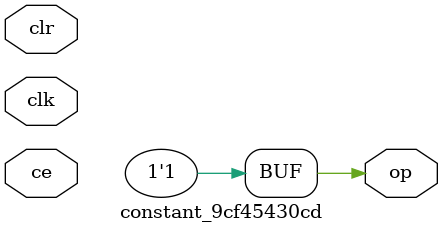
<source format=v>
module constant_9cf45430cd (
  output [(1 - 1):0] op,
  input clk,
  input ce,
  input clr);
  localparam [(1 - 1):0] const_value = 1'b1;
  assign op = 1'b1;
endmodule
</source>
